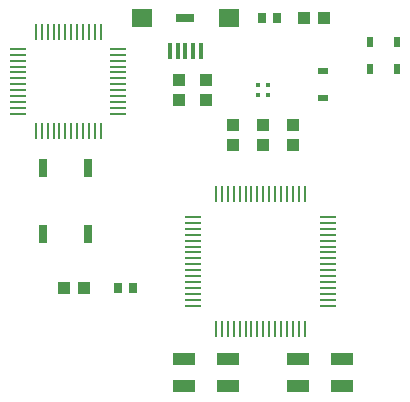
<source format=gtp>
G75*
%MOIN*%
%OFA0B0*%
%FSLAX25Y25*%
%IPPOS*%
%LPD*%
%AMOC8*
5,1,8,0,0,1.08239X$1,22.5*
%
%ADD10R,0.01800X0.01800*%
%ADD11R,0.03268X0.02480*%
%ADD12R,0.02480X0.03268*%
%ADD13R,0.02756X0.03543*%
%ADD14R,0.01575X0.05709*%
%ADD15R,0.07087X0.05906*%
%ADD16R,0.05906X0.02756*%
%ADD17R,0.04331X0.03937*%
%ADD18R,0.03937X0.04331*%
%ADD19R,0.03000X0.06000*%
%ADD20R,0.05800X0.01100*%
%ADD21R,0.01100X0.05800*%
%ADD22R,0.07480X0.04331*%
D10*
X0406800Y0321800D03*
X0410200Y0321800D03*
X0410200Y0325200D03*
X0406800Y0325200D03*
D11*
X0428500Y0320972D03*
X0428500Y0330028D03*
D12*
X0443972Y0330500D03*
X0453028Y0330500D03*
X0453028Y0339500D03*
X0443972Y0339500D03*
D13*
X0413059Y0347500D03*
X0407941Y0347500D03*
X0365059Y0257500D03*
X0359941Y0257500D03*
D14*
X0377382Y0336772D03*
X0379941Y0336772D03*
X0382500Y0336772D03*
X0385059Y0336772D03*
X0387618Y0336772D03*
D15*
X0397004Y0347500D03*
X0367996Y0347500D03*
D16*
X0382500Y0347500D03*
D17*
X0422154Y0347500D03*
X0428846Y0347500D03*
X0348846Y0257500D03*
X0342154Y0257500D03*
D18*
X0398500Y0305154D03*
X0398500Y0311846D03*
X0408500Y0311846D03*
X0408500Y0305154D03*
X0418500Y0305154D03*
X0418500Y0311846D03*
X0389500Y0320154D03*
X0389500Y0326846D03*
X0380500Y0326846D03*
X0380500Y0320154D03*
D19*
X0350000Y0297500D03*
X0335000Y0297500D03*
X0335000Y0275500D03*
X0350000Y0275500D03*
D20*
X0385000Y0275400D03*
X0385000Y0277300D03*
X0385000Y0279300D03*
X0385000Y0281300D03*
X0385000Y0273400D03*
X0385000Y0271400D03*
X0385000Y0269500D03*
X0385000Y0267500D03*
X0385000Y0265500D03*
X0385000Y0263500D03*
X0385000Y0261600D03*
X0385000Y0259600D03*
X0385000Y0257600D03*
X0385000Y0255700D03*
X0385000Y0253700D03*
X0385000Y0251700D03*
X0430000Y0251700D03*
X0430000Y0253700D03*
X0430000Y0255700D03*
X0430000Y0257600D03*
X0430000Y0259600D03*
X0430000Y0261600D03*
X0430000Y0263500D03*
X0430000Y0265500D03*
X0430000Y0267500D03*
X0430000Y0269500D03*
X0430000Y0271400D03*
X0430000Y0273400D03*
X0430000Y0275400D03*
X0430000Y0277300D03*
X0430000Y0279300D03*
X0430000Y0281300D03*
X0360100Y0315700D03*
X0360100Y0317600D03*
X0360100Y0319600D03*
X0360100Y0321600D03*
X0360100Y0323500D03*
X0360100Y0325500D03*
X0360100Y0327500D03*
X0360100Y0329500D03*
X0360100Y0331400D03*
X0360100Y0333400D03*
X0360100Y0335400D03*
X0360100Y0337300D03*
X0326900Y0337300D03*
X0326900Y0335400D03*
X0326900Y0333400D03*
X0326900Y0331400D03*
X0326900Y0329500D03*
X0326900Y0327500D03*
X0326900Y0325500D03*
X0326900Y0323500D03*
X0326900Y0321600D03*
X0326900Y0319600D03*
X0326900Y0317600D03*
X0326900Y0315700D03*
D21*
X0332700Y0309900D03*
X0334600Y0309900D03*
X0336600Y0309900D03*
X0338600Y0309900D03*
X0340500Y0309900D03*
X0342500Y0309900D03*
X0344500Y0309900D03*
X0346500Y0309900D03*
X0348400Y0309900D03*
X0350400Y0309900D03*
X0352400Y0309900D03*
X0354300Y0309900D03*
X0392700Y0289000D03*
X0394700Y0289000D03*
X0396700Y0289000D03*
X0398600Y0289000D03*
X0400600Y0289000D03*
X0402600Y0289000D03*
X0404500Y0289000D03*
X0406500Y0289000D03*
X0408500Y0289000D03*
X0410500Y0289000D03*
X0412400Y0289000D03*
X0414400Y0289000D03*
X0416400Y0289000D03*
X0418300Y0289000D03*
X0420300Y0289000D03*
X0422300Y0289000D03*
X0422300Y0244000D03*
X0420300Y0244000D03*
X0418300Y0244000D03*
X0416400Y0244000D03*
X0414400Y0244000D03*
X0412400Y0244000D03*
X0410500Y0244000D03*
X0408500Y0244000D03*
X0406500Y0244000D03*
X0404500Y0244000D03*
X0402600Y0244000D03*
X0400600Y0244000D03*
X0398600Y0244000D03*
X0396700Y0244000D03*
X0394700Y0244000D03*
X0392700Y0244000D03*
X0354300Y0343100D03*
X0352400Y0343100D03*
X0350400Y0343100D03*
X0348400Y0343100D03*
X0346500Y0343100D03*
X0344500Y0343100D03*
X0342500Y0343100D03*
X0340500Y0343100D03*
X0338600Y0343100D03*
X0336600Y0343100D03*
X0334600Y0343100D03*
X0332700Y0343100D03*
D22*
X0382217Y0224972D03*
X0382217Y0234028D03*
X0396783Y0234028D03*
X0396783Y0224972D03*
X0420217Y0224972D03*
X0434783Y0224972D03*
X0434783Y0234028D03*
X0420217Y0234028D03*
M02*

</source>
